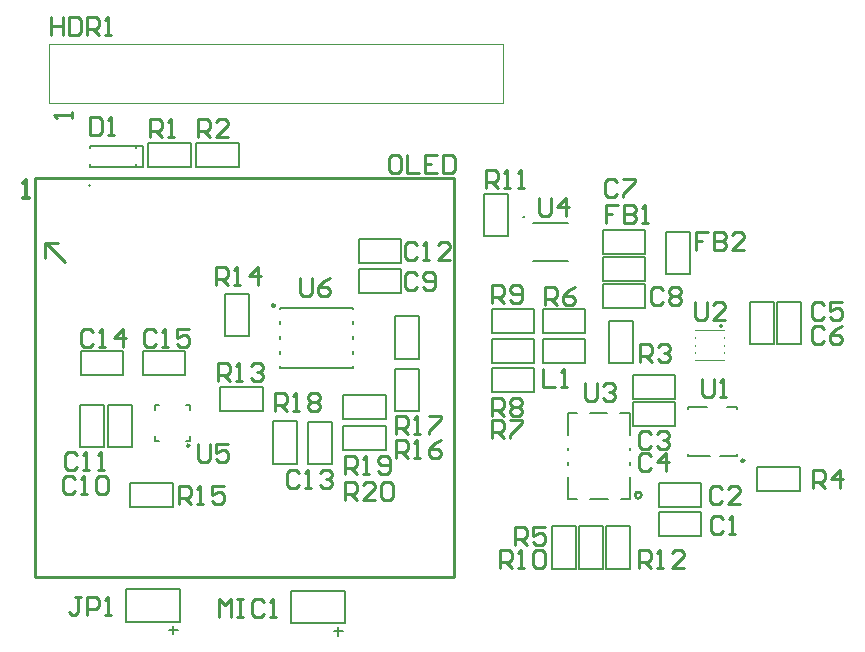
<source format=gto>
G04*
G04 #@! TF.GenerationSoftware,Altium Limited,Altium Designer,20.0.12 (288)*
G04*
G04 Layer_Color=65535*
%FSLAX44Y44*%
%MOMM*%
G71*
G01*
G75*
%ADD10C,0.2540*%
%ADD11C,0.1000*%
%ADD12C,0.2000*%
%ADD13C,0.1500*%
%ADD14C,0.3500*%
D10*
X165136Y177910D02*
G03*
X165136Y177910I-806J0D01*
G01*
X237590Y296700D02*
G03*
X237590Y296700I-1140J0D01*
G01*
X448479Y371430D02*
G03*
X448479Y371430I-559J0D01*
G01*
X547897Y136070D02*
G03*
X547897Y136070I-2687J0D01*
G01*
X635154Y165200D02*
G03*
X635154Y165200I-1204J0D01*
G01*
X615997Y279300D02*
G03*
X615997Y279300I-707J0D01*
G01*
X389520Y67000D02*
Y404350D01*
X34820Y67000D02*
X389520Y67000D01*
X34820Y67000D02*
Y404350D01*
X389520D01*
X43354Y336966D02*
Y349716D01*
X54354D01*
X80120Y398850D02*
X80370D01*
X43604Y349716D02*
X59604Y333716D01*
X65990Y455460D02*
Y460538D01*
Y457999D01*
X50755D01*
X53294Y455460D01*
X341637Y424338D02*
X336558D01*
X334019Y421798D01*
Y411642D01*
X336558Y409103D01*
X341637D01*
X344176Y411642D01*
Y421798D01*
X341637Y424338D01*
X349254D02*
Y409103D01*
X359411D01*
X374646Y424338D02*
X364489D01*
Y409103D01*
X374646D01*
X364489Y416720D02*
X369567D01*
X379724Y424338D02*
Y409103D01*
X387342D01*
X389881Y411642D01*
Y421798D01*
X387342Y424338D01*
X379724D01*
X259084Y320197D02*
Y307502D01*
X261623Y304963D01*
X266702D01*
X269241Y307502D01*
Y320197D01*
X284476D02*
X279398Y317658D01*
X274319Y312580D01*
Y307502D01*
X276858Y304963D01*
X281937D01*
X284476Y307502D01*
Y310041D01*
X281937Y312580D01*
X274319D01*
X172724Y179228D02*
Y166532D01*
X175263Y163993D01*
X180342D01*
X182881Y166532D01*
Y179228D01*
X198116D02*
X187959D01*
Y171610D01*
X193037Y174149D01*
X195577D01*
X198116Y171610D01*
Y166532D01*
X195577Y163993D01*
X190498D01*
X187959Y166532D01*
X461014Y387508D02*
Y374812D01*
X463553Y372272D01*
X468632D01*
X471171Y374812D01*
Y387508D01*
X483867Y372272D02*
Y387508D01*
X476249Y379890D01*
X486406D01*
X500384Y231297D02*
Y218602D01*
X502923Y216063D01*
X508002D01*
X510541Y218602D01*
Y231297D01*
X515619Y228758D02*
X518158Y231297D01*
X523237D01*
X525776Y228758D01*
Y226219D01*
X523237Y223680D01*
X520698D01*
X523237D01*
X525776Y221141D01*
Y218602D01*
X523237Y216063D01*
X518158D01*
X515619Y218602D01*
X593094Y299718D02*
Y287022D01*
X595633Y284482D01*
X600712D01*
X603251Y287022D01*
Y299718D01*
X618486Y284482D02*
X608329D01*
X618486Y294639D01*
Y297178D01*
X615947Y299718D01*
X610868D01*
X608329Y297178D01*
X599093Y234618D02*
Y221922D01*
X601632Y219382D01*
X606711D01*
X609250Y221922D01*
Y234618D01*
X614328Y219382D02*
X619407D01*
X616867D01*
Y234618D01*
X614328Y232078D01*
X297187Y132242D02*
Y147478D01*
X304804D01*
X307343Y144938D01*
Y139860D01*
X304804Y137321D01*
X297187D01*
X302265D02*
X307343Y132242D01*
X322578D02*
X312422D01*
X322578Y142399D01*
Y144938D01*
X320039Y147478D01*
X314961D01*
X312422Y144938D01*
X327657D02*
X330196Y147478D01*
X335274D01*
X337813Y144938D01*
Y134782D01*
X335274Y132242D01*
X330196D01*
X327657Y134782D01*
Y144938D01*
X297186Y153833D02*
Y169067D01*
X304804D01*
X307343Y166528D01*
Y161450D01*
X304804Y158911D01*
X297186D01*
X302264D02*
X307343Y153833D01*
X312421D02*
X317500D01*
X314960D01*
Y169067D01*
X312421Y166528D01*
X325117Y156372D02*
X327656Y153833D01*
X332735D01*
X335274Y156372D01*
Y166528D01*
X332735Y169067D01*
X327656D01*
X325117Y166528D01*
Y163989D01*
X327656Y161450D01*
X335274D01*
X237496Y207173D02*
Y222407D01*
X245114D01*
X247653Y219868D01*
Y214790D01*
X245114Y212251D01*
X237496D01*
X242575D02*
X247653Y207173D01*
X252731D02*
X257810D01*
X255270D01*
Y222407D01*
X252731Y219868D01*
X265427D02*
X267966Y222407D01*
X273045D01*
X275584Y219868D01*
Y217329D01*
X273045Y214790D01*
X275584Y212251D01*
Y209712D01*
X273045Y207173D01*
X267966D01*
X265427Y209712D01*
Y212251D01*
X267966Y214790D01*
X265427Y217329D01*
Y219868D01*
X267966Y214790D02*
X273045D01*
X340366Y188123D02*
Y203358D01*
X347984D01*
X350523Y200818D01*
Y195740D01*
X347984Y193201D01*
X340366D01*
X345444D02*
X350523Y188123D01*
X355601D02*
X360680D01*
X358140D01*
Y203358D01*
X355601Y200818D01*
X368297Y203358D02*
X378454D01*
Y200818D01*
X368297Y190662D01*
Y188123D01*
X340366Y167803D02*
Y183037D01*
X347984D01*
X350523Y180498D01*
Y175420D01*
X347984Y172881D01*
X340366D01*
X345444D02*
X350523Y167803D01*
X355601D02*
X360680D01*
X358140D01*
Y183037D01*
X355601Y180498D01*
X378454Y183037D02*
X373376Y180498D01*
X368297Y175420D01*
Y170342D01*
X370836Y167803D01*
X375915D01*
X378454Y170342D01*
Y172881D01*
X375915Y175420D01*
X368297D01*
X156216Y128433D02*
Y143667D01*
X163834D01*
X166373Y141128D01*
Y136050D01*
X163834Y133511D01*
X156216D01*
X161294D02*
X166373Y128433D01*
X171451D02*
X176530D01*
X173990D01*
Y143667D01*
X171451Y141128D01*
X194304Y143667D02*
X184147D01*
Y136050D01*
X189226Y138589D01*
X191765D01*
X194304Y136050D01*
Y130972D01*
X191765Y128433D01*
X186686D01*
X184147Y130972D01*
X187966Y313853D02*
Y329087D01*
X195584D01*
X198123Y326548D01*
Y321470D01*
X195584Y318931D01*
X187966D01*
X193044D02*
X198123Y313853D01*
X203201D02*
X208280D01*
X205740D01*
Y329087D01*
X203201Y326548D01*
X223515Y313853D02*
Y329087D01*
X215897Y321470D01*
X226054D01*
X189236Y232572D02*
Y247808D01*
X196854D01*
X199393Y245268D01*
Y240190D01*
X196854Y237651D01*
X189236D01*
X194314D02*
X199393Y232572D01*
X204471D02*
X209550D01*
X207010D01*
Y247808D01*
X204471Y245268D01*
X217167D02*
X219706Y247808D01*
X224785D01*
X227324Y245268D01*
Y242729D01*
X224785Y240190D01*
X222246D01*
X224785D01*
X227324Y237651D01*
Y235112D01*
X224785Y232572D01*
X219706D01*
X217167Y235112D01*
X546106Y73983D02*
Y89218D01*
X553724D01*
X556263Y86678D01*
Y81600D01*
X553724Y79061D01*
X546106D01*
X551185D02*
X556263Y73983D01*
X561341D02*
X566420D01*
X563880D01*
Y89218D01*
X561341Y86678D01*
X584194Y73983D02*
X574037D01*
X584194Y84139D01*
Y86678D01*
X581655Y89218D01*
X576576D01*
X574037Y86678D01*
X415995Y396242D02*
Y411478D01*
X423613D01*
X426152Y408938D01*
Y403860D01*
X423613Y401321D01*
X415995D01*
X421074D02*
X426152Y396242D01*
X431230D02*
X436309D01*
X433770D01*
Y411478D01*
X431230Y408938D01*
X443926Y396242D02*
X449005D01*
X446465D01*
Y411478D01*
X443926Y408938D01*
X427996Y73983D02*
Y89218D01*
X435614D01*
X438153Y86678D01*
Y81600D01*
X435614Y79061D01*
X427996D01*
X433074D02*
X438153Y73983D01*
X443231D02*
X448310D01*
X445770D01*
Y89218D01*
X443231Y86678D01*
X455927D02*
X458466Y89218D01*
X463545D01*
X466084Y86678D01*
Y76522D01*
X463545Y73983D01*
X458466D01*
X455927Y76522D01*
Y86678D01*
X421644Y298612D02*
Y313848D01*
X429262D01*
X431801Y311308D01*
Y306230D01*
X429262Y303691D01*
X421644D01*
X426722D02*
X431801Y298612D01*
X436879Y301152D02*
X439418Y298612D01*
X444497D01*
X447036Y301152D01*
Y311308D01*
X444497Y313848D01*
X439418D01*
X436879Y311308D01*
Y308769D01*
X439418Y306230D01*
X447036D01*
X421644Y203363D02*
Y218598D01*
X429262D01*
X431801Y216058D01*
Y210980D01*
X429262Y208441D01*
X421644D01*
X426722D02*
X431801Y203363D01*
X436879Y216058D02*
X439418Y218598D01*
X444497D01*
X447036Y216058D01*
Y213519D01*
X444497Y210980D01*
X447036Y208441D01*
Y205902D01*
X444497Y203363D01*
X439418D01*
X436879Y205902D01*
Y208441D01*
X439418Y210980D01*
X436879Y213519D01*
Y216058D01*
X439418Y210980D02*
X444497D01*
X421644Y184312D02*
Y199548D01*
X429262D01*
X431801Y197008D01*
Y191930D01*
X429262Y189391D01*
X421644D01*
X426722D02*
X431801Y184312D01*
X436879Y199548D02*
X447036D01*
Y197008D01*
X436879Y186852D01*
Y184312D01*
X466094Y297342D02*
Y312577D01*
X473712D01*
X476251Y310038D01*
Y304960D01*
X473712Y302421D01*
X466094D01*
X471172D02*
X476251Y297342D01*
X491486Y312577D02*
X486408Y310038D01*
X481329Y304960D01*
Y299882D01*
X483868Y297342D01*
X488947D01*
X491486Y299882D01*
Y302421D01*
X488947Y304960D01*
X481329D01*
X440694Y94143D02*
Y109377D01*
X448312D01*
X450851Y106838D01*
Y101760D01*
X448312Y99221D01*
X440694D01*
X445773D02*
X450851Y94143D01*
X466086Y109377D02*
X455929D01*
Y101760D01*
X461007Y104299D01*
X463547D01*
X466086Y101760D01*
Y96682D01*
X463547Y94143D01*
X458468D01*
X455929Y96682D01*
X693424Y142402D02*
Y157638D01*
X701042D01*
X703581Y155098D01*
Y150020D01*
X701042Y147481D01*
X693424D01*
X698503D02*
X703581Y142402D01*
X716277D02*
Y157638D01*
X708659Y150020D01*
X718816D01*
X546804Y249132D02*
Y264368D01*
X554422D01*
X556961Y261828D01*
Y256750D01*
X554422Y254211D01*
X546804D01*
X551883D02*
X556961Y249132D01*
X562039Y261828D02*
X564578Y264368D01*
X569657D01*
X572196Y261828D01*
Y259289D01*
X569657Y256750D01*
X567118D01*
X569657D01*
X572196Y254211D01*
Y251672D01*
X569657Y249132D01*
X564578D01*
X562039Y251672D01*
X172724Y439422D02*
Y454658D01*
X180342D01*
X182881Y452118D01*
Y447040D01*
X180342Y444501D01*
X172724D01*
X177803D02*
X182881Y439422D01*
X198116D02*
X187959D01*
X198116Y449579D01*
Y452118D01*
X195577Y454658D01*
X190498D01*
X187959Y452118D01*
X132083Y439422D02*
Y454658D01*
X139701D01*
X142240Y452118D01*
Y447040D01*
X139701Y444501D01*
X132083D01*
X137162D02*
X142240Y439422D01*
X147318D02*
X152397D01*
X149858D01*
Y454658D01*
X147318Y452118D01*
X190508Y33182D02*
Y48418D01*
X195586Y43339D01*
X200665Y48418D01*
Y33182D01*
X205743Y48418D02*
X210821D01*
X208282D01*
Y33182D01*
X205743D01*
X210821D01*
X228596Y45878D02*
X226056Y48418D01*
X220978D01*
X218439Y45878D01*
Y35722D01*
X220978Y33182D01*
X226056D01*
X228596Y35722D01*
X233674Y33182D02*
X238752D01*
X236213D01*
Y48418D01*
X233674Y45878D01*
X464823Y242728D02*
Y227493D01*
X474980D01*
X480058D02*
X485137D01*
X482598D01*
Y242728D01*
X480058Y240188D01*
X73663Y49688D02*
X68584D01*
X71123D01*
Y36992D01*
X68584Y34453D01*
X66045D01*
X63506Y36992D01*
X78741Y34453D02*
Y49688D01*
X86358D01*
X88898Y47148D01*
Y42070D01*
X86358Y39531D01*
X78741D01*
X93976Y34453D02*
X99054D01*
X96515D01*
Y49688D01*
X93976Y47148D01*
X48514Y541175D02*
Y525940D01*
Y533558D01*
X58671D01*
Y541175D01*
Y525940D01*
X63749Y541175D02*
Y525940D01*
X71367D01*
X73906Y528479D01*
Y538636D01*
X71367Y541175D01*
X63749D01*
X78984Y525940D02*
Y541175D01*
X86602D01*
X89141Y538636D01*
Y533558D01*
X86602Y531018D01*
X78984D01*
X84063D02*
X89141Y525940D01*
X94219D02*
X99298D01*
X96758D01*
Y541175D01*
X94219Y538636D01*
X604523Y358457D02*
X594367D01*
Y350840D01*
X599445D01*
X594367D01*
Y343223D01*
X609602Y358457D02*
Y343223D01*
X617219D01*
X619758Y345762D01*
Y348301D01*
X617219Y350840D01*
X609602D01*
X617219D01*
X619758Y353379D01*
Y355918D01*
X617219Y358457D01*
X609602D01*
X634993Y343223D02*
X624837D01*
X634993Y353379D01*
Y355918D01*
X632454Y358457D01*
X627376D01*
X624837Y355918D01*
X527882Y381618D02*
X517726D01*
Y374000D01*
X522804D01*
X517726D01*
Y366382D01*
X532961Y381618D02*
Y366382D01*
X540578D01*
X543118Y368922D01*
Y371461D01*
X540578Y374000D01*
X532961D01*
X540578D01*
X543118Y376539D01*
Y379078D01*
X540578Y381618D01*
X532961D01*
X548196Y366382D02*
X553274D01*
X550735D01*
Y381618D01*
X548196Y379078D01*
X81283Y456087D02*
Y440853D01*
X88901D01*
X91440Y443392D01*
Y453548D01*
X88901Y456087D01*
X81283D01*
X96518Y440853D02*
X101597D01*
X99058D01*
Y456087D01*
X96518Y453548D01*
X137163Y274478D02*
X134624Y277017D01*
X129545D01*
X127006Y274478D01*
Y264322D01*
X129545Y261782D01*
X134624D01*
X137163Y264322D01*
X142241Y261782D02*
X147320D01*
X144780D01*
Y277017D01*
X142241Y274478D01*
X165094Y277017D02*
X154937D01*
Y269400D01*
X160016Y271939D01*
X162555D01*
X165094Y269400D01*
Y264322D01*
X162555Y261782D01*
X157476D01*
X154937Y264322D01*
X83823Y274478D02*
X81284Y277017D01*
X76205D01*
X73666Y274478D01*
Y264322D01*
X76205Y261782D01*
X81284D01*
X83823Y264322D01*
X88901Y261782D02*
X93980D01*
X91440D01*
Y277017D01*
X88901Y274478D01*
X109215Y261782D02*
Y277017D01*
X101597Y269400D01*
X111754D01*
X257813Y155098D02*
X255274Y157638D01*
X250195D01*
X247656Y155098D01*
Y144942D01*
X250195Y142402D01*
X255274D01*
X257813Y144942D01*
X262891Y142402D02*
X267970D01*
X265430D01*
Y157638D01*
X262891Y155098D01*
X275587D02*
X278126Y157638D01*
X283205D01*
X285744Y155098D01*
Y152559D01*
X283205Y150020D01*
X280665D01*
X283205D01*
X285744Y147481D01*
Y144942D01*
X283205Y142402D01*
X278126D01*
X275587Y144942D01*
X358143Y348138D02*
X355604Y350677D01*
X350525D01*
X347986Y348138D01*
Y337982D01*
X350525Y335443D01*
X355604D01*
X358143Y337982D01*
X363221Y335443D02*
X368300D01*
X365760D01*
Y350677D01*
X363221Y348138D01*
X386074Y335443D02*
X375917D01*
X386074Y345599D01*
Y348138D01*
X383535Y350677D01*
X378456D01*
X375917Y348138D01*
X69852Y170338D02*
X67313Y172878D01*
X62235D01*
X59695Y170338D01*
Y160182D01*
X62235Y157642D01*
X67313D01*
X69852Y160182D01*
X74930Y157642D02*
X80009D01*
X77470D01*
Y172878D01*
X74930Y170338D01*
X87626Y157642D02*
X92705D01*
X90166D01*
Y172878D01*
X87626Y170338D01*
X68583Y150018D02*
X66044Y152557D01*
X60965D01*
X58426Y150018D01*
Y139862D01*
X60965Y137323D01*
X66044D01*
X68583Y139862D01*
X73661Y137323D02*
X78740D01*
X76200D01*
Y152557D01*
X73661Y150018D01*
X86357D02*
X88896Y152557D01*
X93975D01*
X96514Y150018D01*
Y139862D01*
X93975Y137323D01*
X88896D01*
X86357Y139862D01*
Y150018D01*
X358141Y322738D02*
X355602Y325277D01*
X350523D01*
X347984Y322738D01*
Y312582D01*
X350523Y310042D01*
X355602D01*
X358141Y312582D01*
X363219D02*
X365758Y310042D01*
X370837D01*
X373376Y312582D01*
Y322738D01*
X370837Y325277D01*
X365758D01*
X363219Y322738D01*
Y320199D01*
X365758Y317660D01*
X373376D01*
X566421Y310038D02*
X563882Y312577D01*
X558803D01*
X556264Y310038D01*
Y299882D01*
X558803Y297342D01*
X563882D01*
X566421Y299882D01*
X571499Y310038D02*
X574038Y312577D01*
X579117D01*
X581656Y310038D01*
Y307499D01*
X579117Y304960D01*
X581656Y302421D01*
Y299882D01*
X579117Y297342D01*
X574038D01*
X571499Y299882D01*
Y302421D01*
X574038Y304960D01*
X571499Y307499D01*
Y310038D01*
X574038Y304960D02*
X579117D01*
X527711Y401078D02*
X525172Y403618D01*
X520093D01*
X517554Y401078D01*
Y390922D01*
X520093Y388382D01*
X525172D01*
X527711Y390922D01*
X532789Y403618D02*
X542946D01*
Y401078D01*
X532789Y390922D01*
Y388382D01*
X702311Y277018D02*
X699772Y279557D01*
X694693D01*
X692154Y277018D01*
Y266862D01*
X694693Y264322D01*
X699772D01*
X702311Y266862D01*
X717546Y279557D02*
X712467Y277018D01*
X707389Y271940D01*
Y266862D01*
X709928Y264322D01*
X715007D01*
X717546Y266862D01*
Y269401D01*
X715007Y271940D01*
X707389D01*
X702311Y297178D02*
X699772Y299718D01*
X694693D01*
X692154Y297178D01*
Y287022D01*
X694693Y284482D01*
X699772D01*
X702311Y287022D01*
X717546Y299718D02*
X707389D01*
Y292100D01*
X712467Y294639D01*
X715007D01*
X717546Y292100D01*
Y287022D01*
X715007Y284482D01*
X709928D01*
X707389Y287022D01*
X555711Y169578D02*
X553172Y172118D01*
X548093D01*
X545554Y169578D01*
Y159422D01*
X548093Y156882D01*
X553172D01*
X555711Y159422D01*
X568407Y156882D02*
Y172118D01*
X560789Y164500D01*
X570946D01*
X555711Y188078D02*
X553172Y190618D01*
X548093D01*
X545554Y188078D01*
Y177922D01*
X548093Y175382D01*
X553172D01*
X555711Y177922D01*
X560789Y188078D02*
X563328Y190618D01*
X568407D01*
X570946Y188078D01*
Y185539D01*
X568407Y183000D01*
X565868D01*
X568407D01*
X570946Y180461D01*
Y177922D01*
X568407Y175382D01*
X563328D01*
X560789Y177922D01*
X615951Y141128D02*
X613412Y143667D01*
X608333D01*
X605794Y141128D01*
Y130972D01*
X608333Y128433D01*
X613412D01*
X615951Y130972D01*
X631186Y128433D02*
X621029D01*
X631186Y138589D01*
Y141128D01*
X628647Y143667D01*
X623568D01*
X621029Y141128D01*
X617220Y115728D02*
X614681Y118267D01*
X609603D01*
X607063Y115728D01*
Y105572D01*
X609603Y103033D01*
X614681D01*
X617220Y105572D01*
X622298Y103033D02*
X627377D01*
X624838D01*
Y118267D01*
X622298Y115728D01*
D11*
X46530Y467920D02*
X431130D01*
Y517920D01*
X46530D02*
X431130D01*
X46530Y467920D02*
Y517920D01*
X593290Y256050D02*
Y257050D01*
Y262550D02*
Y263550D01*
Y269050D02*
Y270050D01*
X618290Y256050D02*
Y257050D01*
Y262550D02*
Y263550D01*
Y269050D02*
Y270050D01*
X593290Y250550D02*
X618290D01*
X593290Y275550D02*
X618290D01*
D12*
X119830Y414070D02*
Y416170D01*
X80830Y414070D02*
X119830D01*
X80830Y429820D02*
Y432070D01*
X119830D01*
Y429820D02*
Y432070D01*
X80830Y414070D02*
Y416170D01*
X119830Y432070D02*
X126330D01*
Y414070D02*
Y432070D01*
X121205Y414070D02*
X126330D01*
X119830D02*
X121205D01*
X308610Y332900D02*
Y353220D01*
X344170D01*
Y332900D02*
Y353220D01*
X308610Y332900D02*
X344170D01*
X308610Y307500D02*
Y327820D01*
X344170D01*
Y307500D02*
Y327820D01*
X308610Y307500D02*
X344170D01*
X265430Y162720D02*
X285750D01*
X265430D02*
Y198280D01*
X285750D01*
Y162720D02*
Y198280D01*
X256540Y162500D02*
Y198500D01*
X236220D02*
X256540D01*
X236220Y162500D02*
Y198500D01*
Y162500D02*
X256540D01*
X339090Y251400D02*
Y287400D01*
Y251400D02*
X359410D01*
Y287400D01*
X339090D02*
X359410D01*
Y206950D02*
Y242950D01*
X339090D02*
X359410D01*
X339090Y206950D02*
Y242950D01*
Y206950D02*
X359410D01*
X295690Y200820D02*
X331690D01*
Y221140D01*
X295690D02*
X331690D01*
X295690Y200820D02*
Y221140D01*
Y194470D02*
X331690D01*
X295690Y174150D02*
Y194470D01*
Y174150D02*
X331690D01*
Y194470D01*
X191550Y227490D02*
X227550D01*
X191550Y207170D02*
Y227490D01*
Y207170D02*
X227550D01*
Y227490D01*
X96520Y176730D02*
X116840D01*
X96520D02*
Y212290D01*
X116840D01*
Y176730D02*
Y212290D01*
X72390Y176690D02*
X92710D01*
X72390D02*
Y212250D01*
X92710D01*
Y176690D02*
Y212250D01*
X115350Y146210D02*
X151350D01*
X115350Y125890D02*
Y146210D01*
Y125890D02*
X151350D01*
Y146210D01*
X161410Y237650D02*
Y257970D01*
X125850Y237650D02*
X161410D01*
X125850D02*
Y257970D01*
X161410D01*
X73660Y237650D02*
Y257970D01*
X109220D01*
Y237650D02*
Y257970D01*
X73660Y237650D02*
X109220D01*
X215900Y270500D02*
Y306500D01*
X195580D02*
X215900D01*
X195580Y270500D02*
Y306500D01*
Y270500D02*
X215900D01*
X241950Y293300D02*
Y294800D01*
X304150D01*
Y293500D02*
Y294800D01*
X304050Y243700D02*
Y245200D01*
X241850Y243700D02*
X304050D01*
X241850D02*
Y245000D01*
X241950Y280800D02*
Y283400D01*
X241850Y268100D02*
Y270800D01*
X241950Y255300D02*
Y257800D01*
X304050Y255500D02*
Y258200D01*
Y268000D02*
Y270900D01*
Y281000D02*
Y283500D01*
X421420Y223680D02*
X457420D01*
Y244000D01*
X421420D02*
X457420D01*
X421420Y223680D02*
Y244000D01*
Y247810D02*
X457420D01*
Y268130D01*
X421420D02*
X457420D01*
X421420Y247810D02*
Y268130D01*
Y273210D02*
X457420D01*
Y293530D01*
X421420D02*
X457420D01*
X421420Y273210D02*
Y293530D01*
X500380Y247810D02*
Y268130D01*
X464820Y247810D02*
X500380D01*
X464820D02*
Y268130D01*
X500380D01*
X464600Y273210D02*
X500600D01*
Y293530D01*
X464600D02*
X500600D01*
X464600Y273210D02*
Y293530D01*
X551180Y294800D02*
Y315120D01*
X515620Y294800D02*
X551180D01*
X515620D02*
Y315120D01*
X551180D01*
X515620Y317660D02*
Y337980D01*
X551180D01*
Y317660D02*
Y337980D01*
X515620Y317660D02*
X551180D01*
Y340520D02*
Y360840D01*
X515620Y340520D02*
X551180D01*
X515620D02*
Y360840D01*
X551180D01*
X434910Y355250D02*
Y391250D01*
X414590D02*
X434910D01*
X414590Y355250D02*
Y391250D01*
Y355250D02*
X434910D01*
X541020Y247590D02*
Y283590D01*
X520700D02*
X541020D01*
X520700Y247590D02*
Y283590D01*
Y247590D02*
X541020D01*
X568960Y322900D02*
X589280D01*
X568960D02*
Y358460D01*
X589280D01*
Y322900D02*
Y358460D01*
X456170Y334680D02*
X486170D01*
X456170Y366680D02*
X486170D01*
X530310Y132970D02*
X538110D01*
Y151177D01*
X504310Y133070D02*
X519310D01*
X485810D02*
X493510D01*
X485810D02*
Y151000D01*
Y205370D02*
X493610D01*
X485810Y187070D02*
Y205370D01*
X504210D02*
X519210D01*
X529510D02*
X538110D01*
Y186970D02*
Y205370D01*
Y174270D02*
Y176370D01*
Y161870D02*
Y163970D01*
X485810Y161770D02*
Y163870D01*
Y174120D02*
Y176220D01*
X518160Y73600D02*
Y109600D01*
Y73600D02*
X538480D01*
Y109600D01*
X518160D02*
X538480D01*
X495300Y73600D02*
Y109600D01*
Y73600D02*
X515620D01*
Y109600D01*
X495300D02*
X515620D01*
X492760Y73600D02*
Y109600D01*
X472440D02*
X492760D01*
X472440Y73600D02*
Y109600D01*
Y73600D02*
X492760D01*
X562610Y125890D02*
Y146210D01*
X598170D01*
Y125890D02*
Y146210D01*
X562610Y125890D02*
X598170D01*
X562770Y101760D02*
Y122080D01*
X598330D01*
Y101760D02*
Y122080D01*
X562770Y101760D02*
X598330D01*
X587250Y170700D02*
Y171200D01*
Y169200D02*
Y170950D01*
Y169200D02*
X605750D01*
X614950D02*
X629250D01*
Y171200D01*
Y208600D02*
Y210500D01*
X620450D02*
X629250D01*
X587250D02*
X603550D01*
X587250Y208600D02*
Y210500D01*
X640080Y299880D02*
X660400D01*
Y264320D02*
Y299880D01*
X640080Y264320D02*
X660400D01*
X640080D02*
Y299880D01*
X662940D02*
X683260D01*
Y264320D02*
Y299880D01*
X662940Y264320D02*
X683260D01*
X662940D02*
Y299880D01*
X646210Y139860D02*
X682210D01*
Y160180D01*
X646210D02*
X682210D01*
X646210Y139860D02*
Y160180D01*
X540720Y217840D02*
Y238160D01*
X576280D01*
Y217840D02*
Y238160D01*
X540720Y217840D02*
X576280D01*
X576530Y194840D02*
Y215160D01*
X540970Y194840D02*
X576530D01*
X540970D02*
Y215160D01*
X576530D01*
X171070Y414020D02*
X207070D01*
Y434340D01*
X171070D02*
X207070D01*
X171070Y414020D02*
Y434340D01*
X130590D02*
X166590D01*
X130590Y414020D02*
Y434340D01*
Y414020D02*
X166590D01*
Y434340D01*
D13*
X166130Y182010D02*
Y185810D01*
X162130Y182010D02*
X166130D01*
X136130Y212010D02*
X139930D01*
X162130D02*
X166130D01*
Y208110D02*
Y212010D01*
X136130Y182010D02*
X139930D01*
X136130D02*
Y185810D01*
Y208110D02*
Y212010D01*
X291490Y20600D02*
X294990D01*
X287990Y20650D02*
X288040Y20600D01*
X291490D01*
Y17150D02*
Y24050D01*
X251490Y27400D02*
Y55300D01*
Y27400D02*
X296990D01*
Y55300D01*
X251490D02*
X296990D01*
X151790Y21870D02*
X155290D01*
X148290Y21920D02*
X148340Y21870D01*
X151790D01*
Y18420D02*
Y25320D01*
X111790Y28670D02*
Y56570D01*
Y28670D02*
X157290D01*
Y56570D01*
X111790D02*
X157290D01*
D14*
X24130Y387510D02*
X29128D01*
X26629D01*
Y402505D01*
X24130Y400006D01*
M02*

</source>
